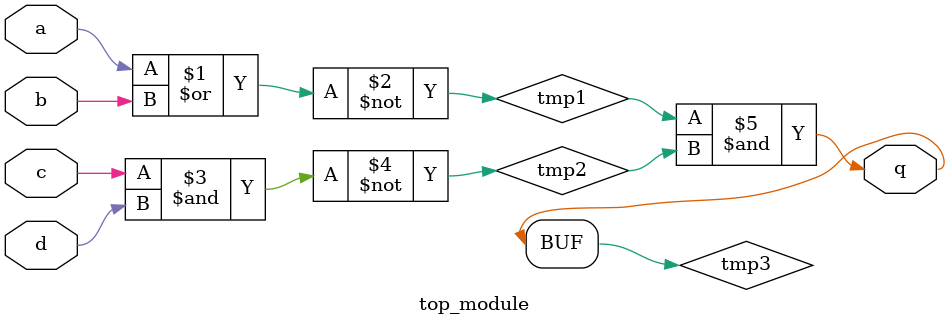
<source format=sv>
module top_module (
    input a, 
    input b, 
    input c, 
    input d,
    output q
);

wire tmp1, tmp2, tmp3;

// Implement the combinational logic correctly
assign tmp1 = ~(a | b);
assign tmp2 = ~(c & d);
assign tmp3 = tmp1 & tmp2;
assign q = tmp3;

endmodule

</source>
